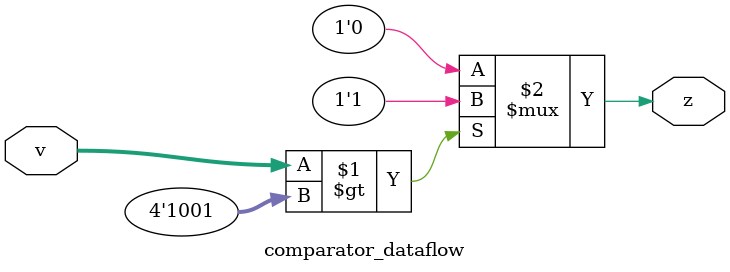
<source format=v>
`timescale 1ns / 1ps

module comparator_dataflow(
    input [3:0] v,
    output z
    );
        
	assign z = (v > 4'b1001) ? 1'b1 : 1'b0;

endmodule
</source>
